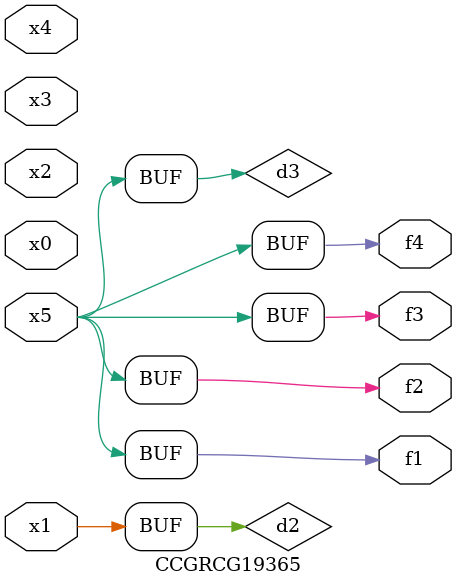
<source format=v>
module CCGRCG19365(
	input x0, x1, x2, x3, x4, x5,
	output f1, f2, f3, f4
);

	wire d1, d2, d3;

	not (d1, x5);
	or (d2, x1);
	xnor (d3, d1);
	assign f1 = d3;
	assign f2 = d3;
	assign f3 = d3;
	assign f4 = d3;
endmodule

</source>
